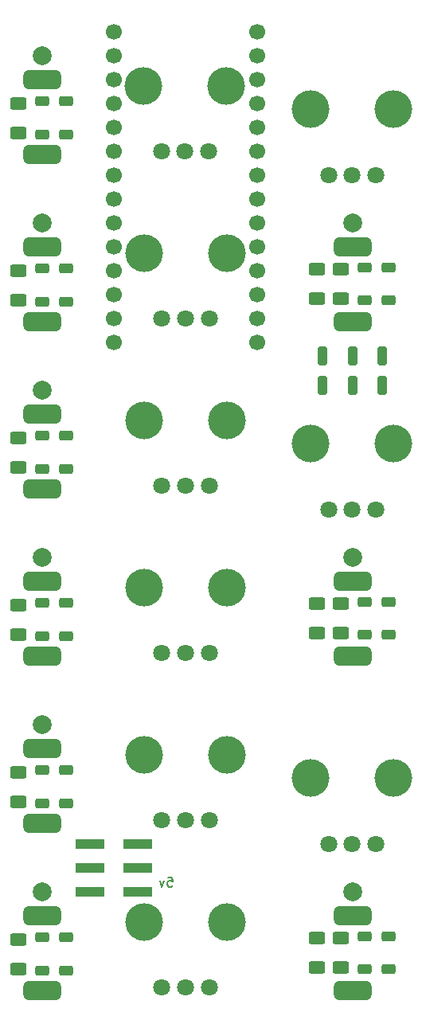
<source format=gbs>
G04 #@! TF.GenerationSoftware,KiCad,Pcbnew,(6.0.6)*
G04 #@! TF.CreationDate,2024-09-22T12:15:16+02:00*
G04 #@! TF.ProjectId,VCA_Module,5643415f-4d6f-4647-956c-652e6b696361,rev?*
G04 #@! TF.SameCoordinates,Original*
G04 #@! TF.FileFunction,Soldermask,Bot*
G04 #@! TF.FilePolarity,Negative*
%FSLAX46Y46*%
G04 Gerber Fmt 4.6, Leading zero omitted, Abs format (unit mm)*
G04 Created by KiCad (PCBNEW (6.0.6)) date 2024-09-22 12:15:16*
%MOMM*%
%LPD*%
G01*
G04 APERTURE LIST*
G04 Aperture macros list*
%AMRoundRect*
0 Rectangle with rounded corners*
0 $1 Rounding radius*
0 $2 $3 $4 $5 $6 $7 $8 $9 X,Y pos of 4 corners*
0 Add a 4 corners polygon primitive as box body*
4,1,4,$2,$3,$4,$5,$6,$7,$8,$9,$2,$3,0*
0 Add four circle primitives for the rounded corners*
1,1,$1+$1,$2,$3*
1,1,$1+$1,$4,$5*
1,1,$1+$1,$6,$7*
1,1,$1+$1,$8,$9*
0 Add four rect primitives between the rounded corners*
20,1,$1+$1,$2,$3,$4,$5,0*
20,1,$1+$1,$4,$5,$6,$7,0*
20,1,$1+$1,$6,$7,$8,$9,0*
20,1,$1+$1,$8,$9,$2,$3,0*%
G04 Aperture macros list end*
%ADD10C,0.150000*%
%ADD11RoundRect,0.200000X-0.550000X0.300000X-0.550000X-0.300000X0.550000X-0.300000X0.550000X0.300000X0*%
%ADD12RoundRect,0.200000X0.550000X-0.300000X0.550000X0.300000X-0.550000X0.300000X-0.550000X-0.300000X0*%
%ADD13C,4.000000*%
%ADD14C,1.800000*%
%ADD15C,2.000000*%
%ADD16RoundRect,0.500000X-1.500000X-0.500000X1.500000X-0.500000X1.500000X0.500000X-1.500000X0.500000X0*%
%ADD17RoundRect,0.250000X0.625000X-0.400000X0.625000X0.400000X-0.625000X0.400000X-0.625000X-0.400000X0*%
%ADD18C,1.700000*%
%ADD19R,3.150000X1.000000*%
%ADD20RoundRect,0.250000X0.250000X0.750000X-0.250000X0.750000X-0.250000X-0.750000X0.250000X-0.750000X0*%
G04 APERTURE END LIST*
D10*
X53990857Y-150836380D02*
X54467047Y-150836380D01*
X54514666Y-151312571D01*
X54467047Y-151264952D01*
X54371809Y-151217333D01*
X54133714Y-151217333D01*
X54038476Y-151264952D01*
X53990857Y-151312571D01*
X53943238Y-151407809D01*
X53943238Y-151645904D01*
X53990857Y-151741142D01*
X54038476Y-151788761D01*
X54133714Y-151836380D01*
X54371809Y-151836380D01*
X54467047Y-151788761D01*
X54514666Y-151741142D01*
X53609904Y-151169714D02*
X53371809Y-151836380D01*
X53133714Y-151169714D01*
D11*
X43180000Y-68323000D03*
X43180000Y-71823000D03*
X77470000Y-121570000D03*
X77470000Y-125070000D03*
D12*
X40640000Y-157223000D03*
X40640000Y-160723000D03*
D11*
X77470000Y-157130000D03*
X77470000Y-160630000D03*
X43180000Y-103883000D03*
X43180000Y-107383000D03*
X43180000Y-86103000D03*
X43180000Y-89603000D03*
X43180000Y-139443000D03*
X43180000Y-142943000D03*
D12*
X74930000Y-125070000D03*
X74930000Y-121570000D03*
X40640000Y-125163000D03*
X40640000Y-121663000D03*
X74930000Y-160630000D03*
X74930000Y-157130000D03*
D11*
X43180000Y-121663000D03*
X43180000Y-125163000D03*
D12*
X40640000Y-107383000D03*
X40640000Y-103883000D03*
X40640000Y-89603000D03*
X40640000Y-86103000D03*
D11*
X43180000Y-160723000D03*
X43180000Y-157223000D03*
D12*
X40640000Y-142943000D03*
X40640000Y-139443000D03*
D11*
X77470000Y-86010000D03*
X77470000Y-89510000D03*
D12*
X74930000Y-89510000D03*
X74930000Y-86010000D03*
X40640000Y-71823000D03*
X40640000Y-68323000D03*
D13*
X69215000Y-69185000D03*
X78015000Y-69185000D03*
D14*
X76115000Y-76185000D03*
X73615000Y-76185000D03*
X71115000Y-76185000D03*
D13*
X69215000Y-104745000D03*
X78015000Y-104745000D03*
D14*
X76115000Y-111745000D03*
X73615000Y-111745000D03*
X71115000Y-111745000D03*
D13*
X69215000Y-140305000D03*
X78015000Y-140305000D03*
D14*
X76115000Y-147305000D03*
X73615000Y-147305000D03*
X71115000Y-147305000D03*
D13*
X51480000Y-120015000D03*
X60280000Y-120015000D03*
D14*
X58380000Y-127015000D03*
X55880000Y-127000000D03*
X53380000Y-127015000D03*
D13*
X51480000Y-155575000D03*
X60280000Y-155575000D03*
D14*
X58380000Y-162575000D03*
X55880000Y-162560000D03*
X53380000Y-162575000D03*
D13*
X51435000Y-66660000D03*
X60235000Y-66660000D03*
D14*
X58335000Y-73660000D03*
X55835000Y-73645000D03*
X53335000Y-73660000D03*
D13*
X51480000Y-84455000D03*
X60280000Y-84455000D03*
D14*
X58380000Y-91455000D03*
X55880000Y-91440000D03*
X53380000Y-91455000D03*
D13*
X51480000Y-137795000D03*
X60280000Y-137795000D03*
D14*
X58380000Y-144795000D03*
X55880000Y-144780000D03*
X53380000Y-144795000D03*
D13*
X51480000Y-102235000D03*
X60280000Y-102235000D03*
D14*
X58380000Y-109235000D03*
X55880000Y-109220000D03*
X53380000Y-109235000D03*
D15*
X40640000Y-134620000D03*
D16*
X40640000Y-137160000D03*
X40640000Y-145060000D03*
D15*
X73660000Y-152400000D03*
D16*
X73660000Y-154940000D03*
X73660000Y-162840000D03*
D15*
X40640000Y-99060000D03*
D16*
X40640000Y-101600000D03*
X40640000Y-109500000D03*
D15*
X73660000Y-81280000D03*
D16*
X73660000Y-83820000D03*
X73660000Y-91720000D03*
D15*
X40640000Y-63500000D03*
D16*
X40640000Y-66040000D03*
X40640000Y-73940000D03*
D15*
X40640000Y-81280000D03*
D16*
X40640000Y-83820000D03*
X40640000Y-91720000D03*
D15*
X40640000Y-152400000D03*
D16*
X40640000Y-154940000D03*
X40640000Y-162840000D03*
D15*
X73660000Y-116840000D03*
D16*
X73660000Y-119380000D03*
X73660000Y-127280000D03*
D15*
X40640000Y-116840000D03*
D16*
X40640000Y-119380000D03*
X40640000Y-127280000D03*
D17*
X69850000Y-124870000D03*
X69850000Y-121770000D03*
X38100000Y-107250000D03*
X38100000Y-104150000D03*
D18*
X48260000Y-60960000D03*
X48260000Y-63500000D03*
X48260000Y-66040000D03*
X48260000Y-68580000D03*
X48260000Y-71120000D03*
X48260000Y-73660000D03*
X48260000Y-76200000D03*
X48260000Y-78740000D03*
X48260000Y-81280000D03*
X48260000Y-83820000D03*
X48260000Y-86360000D03*
X48260000Y-88900000D03*
X48260000Y-91440000D03*
X48260000Y-93980000D03*
X63500000Y-93980000D03*
X63500000Y-91440000D03*
X63500000Y-88900000D03*
X63500000Y-86360000D03*
X63500000Y-83820000D03*
X63500000Y-81280000D03*
X63500000Y-78740000D03*
X63500000Y-76200000D03*
X63500000Y-73660000D03*
X63500000Y-71120000D03*
X63500000Y-68580000D03*
X63500000Y-66040000D03*
X63500000Y-63500000D03*
X63500000Y-60960000D03*
D17*
X69850000Y-89310000D03*
X69850000Y-86210000D03*
D19*
X50785000Y-147320000D03*
X45735000Y-147320000D03*
X50785000Y-149860000D03*
X45735000Y-149860000D03*
X50785000Y-152400000D03*
X45735000Y-152400000D03*
D17*
X69850000Y-160430000D03*
X69850000Y-157330000D03*
X38100000Y-157490000D03*
X38100000Y-160590000D03*
X38100000Y-125030000D03*
X38100000Y-121930000D03*
D20*
X76835000Y-95377000D03*
X76835000Y-98552000D03*
X73660000Y-95377000D03*
X73660000Y-98552000D03*
X70485000Y-95377000D03*
X70485000Y-98552000D03*
D17*
X38100000Y-142810000D03*
X38100000Y-139710000D03*
X38100000Y-89470000D03*
X38100000Y-86370000D03*
X72390000Y-124870000D03*
X72390000Y-121770000D03*
X72390000Y-89310000D03*
X72390000Y-86210000D03*
X38100000Y-71690000D03*
X38100000Y-68590000D03*
X72390000Y-160430000D03*
X72390000Y-157330000D03*
M02*

</source>
